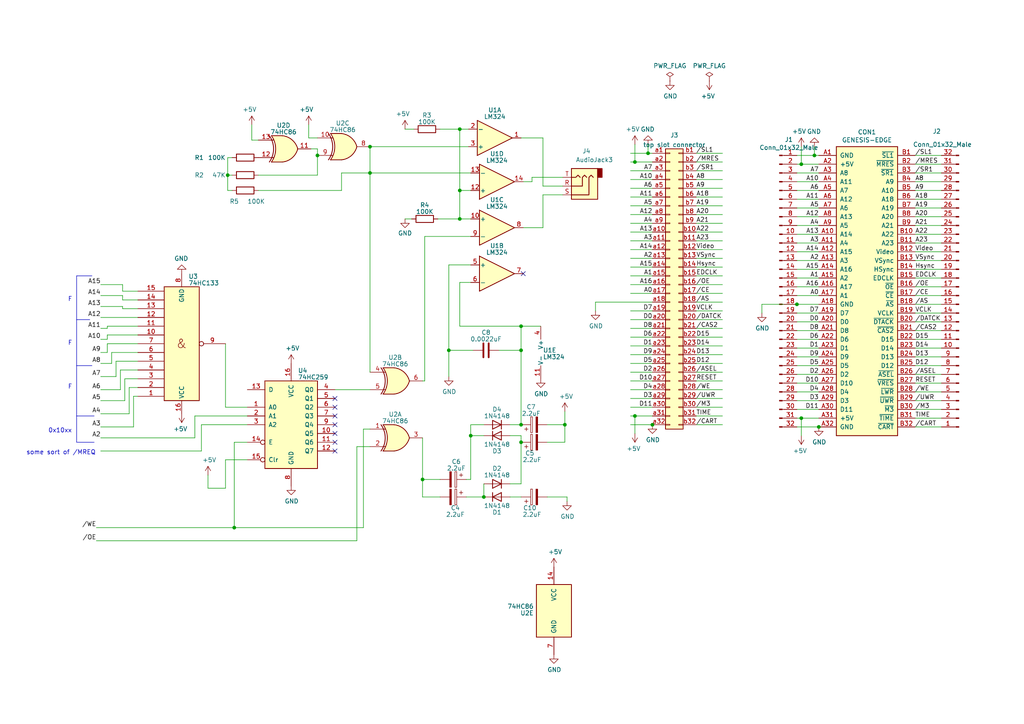
<source format=kicad_sch>
(kicad_sch (version 20230121) (generator eeschema)
  (paper "A4")
  (junction (at 107.315 50.165))
  (junction (at 92.075 45.085))
  (junction (at 107.315 42.545))
  (junction (at 184.15 120.65))
  (junction (at 67.945 153.035))
  (junction (at 130.175 101.6))
  (junction (at 231.14 88.265))
  (junction (at 151.13 101.6))
  (junction (at 232.41 47.625))
  (junction (at 237.49 123.825))
  (junction (at 184.15 46.99))
  (junction (at 189.23 123.19))
  (junction (at 133.35 63.5))
  (junction (at 122.555 139.065))
  (junction (at 232.41 121.285))
  (junction (at 133.35 55.245))
  (junction (at 151.13 94.615))
  (junction (at 187.96 44.45))
  (junction (at 163.83 123.19))
  (junction (at 236.22 45.085))
  (junction (at 140.335 144.145))
  (junction (at 66.04 50.8))
  (junction (at 151.13 123.19))
  (junction (at 136.525 126.365))
  (junction (at 151.13 128.27))
  (junction (at 133.35 37.465))
  (no_connect (at 151.765 79.375))
  (no_connect (at 97.155 128.27))
  (no_connect (at 97.155 120.65))
  (no_connect (at 97.155 130.81))
  (no_connect (at 97.155 118.11))
  (no_connect (at 97.155 125.73))
  (no_connect (at 97.155 115.57))
  (no_connect (at 97.155 123.19))
  (wire (pts (xy 117.475 63.5) (xy 119.38 63.5)))
  (polyline (pts (xy 22.225 120.65) (xy 22.225 128.27)))
  (wire (pts (xy 65.405 141.605) (xy 60.325 141.605)))
  (wire (pts (xy 151.13 126.365) (xy 147.955 126.365)))
  (wire (pts (xy 136.525 123.19) (xy 136.525 126.365)))
  (polyline (pts (xy 26.67 80.01) (xy 22.225 80.01)))
  (wire (pts (xy 133.35 94.615) (xy 151.13 94.615)))
  (wire (pts (xy 231.14 118.745) (xy 237.49 118.745)))
  (wire (pts (xy 35.56 82.55) (xy 29.21 82.55)))
  (wire (pts (xy 65.405 118.11) (xy 71.755 118.11)))
  (wire (pts (xy 231.14 121.285) (xy 232.41 121.285)))
  (wire (pts (xy 265.43 57.785) (xy 273.05 57.785)))
  (wire (pts (xy 147.955 144.145) (xy 151.13 144.145)))
  (wire (pts (xy 127 63.5) (xy 133.35 63.5)))
  (wire (pts (xy 66.04 55.245) (xy 67.31 55.245)))
  (wire (pts (xy 105.41 153.035) (xy 105.41 124.46)))
  (wire (pts (xy 231.14 100.965) (xy 237.49 100.965)))
  (wire (pts (xy 265.43 118.745) (xy 273.05 118.745)))
  (wire (pts (xy 184.15 125.73) (xy 184.15 120.65)))
  (wire (pts (xy 71.755 123.19) (xy 58.42 123.19)))
  (wire (pts (xy 31.115 97.155) (xy 31.115 98.425)))
  (wire (pts (xy 184.15 41.91) (xy 184.15 46.99)))
  (wire (pts (xy 201.93 69.85) (xy 209.55 69.85)))
  (wire (pts (xy 201.93 120.65) (xy 209.55 120.65)))
  (wire (pts (xy 163.83 123.19) (xy 158.75 123.19)))
  (wire (pts (xy 182.88 105.41) (xy 189.23 105.41)))
  (wire (pts (xy 74.93 50.8) (xy 92.075 50.8)))
  (wire (pts (xy 182.88 62.23) (xy 189.23 62.23)))
  (wire (pts (xy 38.735 123.825) (xy 29.21 123.825)))
  (wire (pts (xy 123.19 110.49) (xy 123.19 68.58)))
  (wire (pts (xy 133.35 37.465) (xy 135.89 37.465)))
  (wire (pts (xy 265.43 113.665) (xy 273.05 113.665)))
  (wire (pts (xy 182.88 90.17) (xy 189.23 90.17)))
  (polyline (pts (xy 22.225 106.045) (xy 22.225 120.65)))
  (wire (pts (xy 36.195 109.855) (xy 36.195 116.205)))
  (wire (pts (xy 40.005 97.155) (xy 31.115 97.155)))
  (wire (pts (xy 151.13 101.6) (xy 151.13 94.615)))
  (wire (pts (xy 71.755 133.35) (xy 65.405 133.35)))
  (wire (pts (xy 136.525 126.365) (xy 140.335 126.365)))
  (wire (pts (xy 265.43 83.185) (xy 273.05 83.185)))
  (wire (pts (xy 201.93 80.01) (xy 209.55 80.01)))
  (wire (pts (xy 136.525 50.165) (xy 107.315 50.165)))
  (wire (pts (xy 147.955 123.19) (xy 151.13 123.19)))
  (wire (pts (xy 265.43 60.325) (xy 273.05 60.325)))
  (wire (pts (xy 182.88 49.53) (xy 189.23 49.53)))
  (wire (pts (xy 201.93 72.39) (xy 209.55 72.39)))
  (wire (pts (xy 184.15 46.99) (xy 189.23 46.99)))
  (wire (pts (xy 74.93 55.245) (xy 99.06 55.245)))
  (wire (pts (xy 38.735 114.935) (xy 38.735 123.825)))
  (wire (pts (xy 135.255 144.145) (xy 140.335 144.145)))
  (wire (pts (xy 157.48 66.04) (xy 151.765 66.04)))
  (wire (pts (xy 35.56 85.725) (xy 29.21 85.725)))
  (wire (pts (xy 231.14 90.805) (xy 237.49 90.805)))
  (wire (pts (xy 29.21 127) (xy 56.515 127)))
  (wire (pts (xy 36.195 116.205) (xy 29.21 116.205)))
  (wire (pts (xy 265.43 111.125) (xy 273.05 111.125)))
  (wire (pts (xy 37.465 120.015) (xy 29.21 120.015)))
  (wire (pts (xy 182.88 80.01) (xy 189.23 80.01)))
  (wire (pts (xy 107.315 50.165) (xy 107.315 107.95)))
  (wire (pts (xy 231.14 73.025) (xy 237.49 73.025)))
  (wire (pts (xy 157.48 40.005) (xy 157.48 53.975)))
  (wire (pts (xy 90.17 43.18) (xy 92.075 43.18)))
  (wire (pts (xy 201.93 57.15) (xy 209.55 57.15)))
  (wire (pts (xy 201.93 123.19) (xy 209.55 123.19)))
  (wire (pts (xy 117.475 37.465) (xy 120.015 37.465)))
  (wire (pts (xy 35.56 89.535) (xy 35.56 88.9)))
  (wire (pts (xy 201.93 64.77) (xy 209.55 64.77)))
  (wire (pts (xy 201.93 115.57) (xy 209.55 115.57)))
  (wire (pts (xy 231.14 111.125) (xy 237.49 111.125)))
  (wire (pts (xy 163.83 119.38) (xy 163.83 123.19)))
  (wire (pts (xy 40.005 86.995) (xy 35.56 86.995)))
  (wire (pts (xy 34.925 107.315) (xy 34.925 113.03)))
  (wire (pts (xy 40.005 94.615) (xy 31.115 94.615)))
  (wire (pts (xy 122.555 110.49) (xy 123.19 110.49)))
  (wire (pts (xy 201.93 100.33) (xy 209.55 100.33)))
  (wire (pts (xy 231.14 55.245) (xy 237.49 55.245)))
  (wire (pts (xy 201.93 97.79) (xy 209.55 97.79)))
  (wire (pts (xy 182.88 44.45) (xy 187.96 44.45)))
  (wire (pts (xy 133.35 55.245) (xy 136.525 55.245)))
  (wire (pts (xy 201.93 54.61) (xy 209.55 54.61)))
  (wire (pts (xy 265.43 52.705) (xy 273.05 52.705)))
  (wire (pts (xy 231.14 78.105) (xy 237.49 78.105)))
  (wire (pts (xy 103.505 156.845) (xy 103.505 129.54)))
  (wire (pts (xy 151.13 94.615) (xy 156.845 94.615)))
  (wire (pts (xy 37.465 112.395) (xy 37.465 120.015)))
  (wire (pts (xy 71.755 120.65) (xy 56.515 120.65)))
  (wire (pts (xy 31.115 102.235) (xy 29.21 102.235)))
  (wire (pts (xy 182.88 85.09) (xy 189.23 85.09)))
  (wire (pts (xy 133.35 63.5) (xy 133.35 55.245)))
  (wire (pts (xy 27.94 156.845) (xy 103.505 156.845)))
  (wire (pts (xy 231.14 95.885) (xy 237.49 95.885)))
  (wire (pts (xy 99.06 50.165) (xy 99.06 55.245)))
  (wire (pts (xy 65.405 133.35) (xy 65.405 141.605)))
  (wire (pts (xy 67.31 45.72) (xy 66.04 45.72)))
  (wire (pts (xy 265.43 75.565) (xy 273.05 75.565)))
  (wire (pts (xy 151.13 40.005) (xy 157.48 40.005)))
  (wire (pts (xy 35.56 86.995) (xy 35.56 85.725)))
  (wire (pts (xy 201.93 74.93) (xy 209.55 74.93)))
  (wire (pts (xy 182.88 100.33) (xy 189.23 100.33)))
  (wire (pts (xy 201.93 95.25) (xy 209.55 95.25)))
  (wire (pts (xy 92.075 43.18) (xy 92.075 45.085)))
  (wire (pts (xy 182.88 115.57) (xy 189.23 115.57)))
  (wire (pts (xy 265.43 123.825) (xy 273.05 123.825)))
  (wire (pts (xy 158.75 144.145) (xy 164.465 144.145)))
  (wire (pts (xy 265.43 55.245) (xy 273.05 55.245)))
  (wire (pts (xy 182.88 74.93) (xy 189.23 74.93)))
  (wire (pts (xy 265.43 65.405) (xy 273.05 65.405)))
  (wire (pts (xy 265.43 103.505) (xy 273.05 103.505)))
  (wire (pts (xy 130.175 101.6) (xy 130.175 109.22)))
  (polyline (pts (xy 22.225 80.01) (xy 22.225 92.71)))
  (wire (pts (xy 67.945 128.27) (xy 67.945 153.035)))
  (wire (pts (xy 201.93 85.09) (xy 209.55 85.09)))
  (wire (pts (xy 231.14 93.345) (xy 237.49 93.345)))
  (wire (pts (xy 265.43 106.045) (xy 273.05 106.045)))
  (wire (pts (xy 182.88 97.79) (xy 189.23 97.79)))
  (wire (pts (xy 265.43 78.105) (xy 273.05 78.105)))
  (wire (pts (xy 236.22 42.545) (xy 236.22 45.085)))
  (wire (pts (xy 130.175 76.835) (xy 136.525 76.835)))
  (wire (pts (xy 231.14 80.645) (xy 237.49 80.645)))
  (wire (pts (xy 31.115 99.695) (xy 31.115 102.235)))
  (wire (pts (xy 231.14 57.785) (xy 237.49 57.785)))
  (wire (pts (xy 40.005 102.235) (xy 32.385 102.235)))
  (wire (pts (xy 220.98 88.265) (xy 220.98 90.805)))
  (wire (pts (xy 201.93 102.87) (xy 209.55 102.87)))
  (wire (pts (xy 163.83 128.27) (xy 163.83 123.19)))
  (wire (pts (xy 231.14 123.825) (xy 237.49 123.825)))
  (wire (pts (xy 147.955 140.335) (xy 151.13 140.335)))
  (wire (pts (xy 123.19 68.58) (xy 136.525 68.58)))
  (wire (pts (xy 29.21 92.075) (xy 40.005 92.075)))
  (wire (pts (xy 231.14 83.185) (xy 237.49 83.185)))
  (wire (pts (xy 201.93 118.11) (xy 209.55 118.11)))
  (wire (pts (xy 220.98 88.265) (xy 231.14 88.265)))
  (wire (pts (xy 182.88 123.19) (xy 189.23 123.19)))
  (wire (pts (xy 182.88 107.95) (xy 189.23 107.95)))
  (wire (pts (xy 231.14 103.505) (xy 237.49 103.505)))
  (wire (pts (xy 265.43 95.885) (xy 273.05 95.885)))
  (wire (pts (xy 31.115 98.425) (xy 29.21 98.425)))
  (polyline (pts (xy 22.225 120.65) (xy 27.305 120.65)))
  (wire (pts (xy 182.88 110.49) (xy 189.23 110.49)))
  (wire (pts (xy 265.43 100.965) (xy 273.05 100.965)))
  (wire (pts (xy 201.93 113.03) (xy 209.55 113.03)))
  (wire (pts (xy 154.305 52.705) (xy 154.305 51.435)))
  (wire (pts (xy 40.005 89.535) (xy 35.56 89.535)))
  (wire (pts (xy 164.465 144.145) (xy 164.465 145.415)))
  (wire (pts (xy 40.005 99.695) (xy 31.115 99.695)))
  (wire (pts (xy 97.155 113.03) (xy 107.315 113.03)))
  (wire (pts (xy 232.41 42.545) (xy 232.41 47.625)))
  (wire (pts (xy 182.88 72.39) (xy 189.23 72.39)))
  (wire (pts (xy 66.04 45.72) (xy 66.04 50.8)))
  (wire (pts (xy 73.025 36.195) (xy 73.025 40.64)))
  (wire (pts (xy 158.75 128.27) (xy 163.83 128.27)))
  (wire (pts (xy 231.14 75.565) (xy 237.49 75.565)))
  (wire (pts (xy 182.88 64.77) (xy 189.23 64.77)))
  (wire (pts (xy 31.115 94.615) (xy 31.115 95.25)))
  (wire (pts (xy 122.555 127) (xy 122.555 139.065)))
  (wire (pts (xy 74.93 40.64) (xy 73.025 40.64)))
  (wire (pts (xy 182.88 120.65) (xy 184.15 120.65)))
  (wire (pts (xy 182.88 52.07) (xy 189.23 52.07)))
  (wire (pts (xy 151.765 52.705) (xy 154.305 52.705)))
  (wire (pts (xy 127.635 144.145) (xy 122.555 144.145)))
  (wire (pts (xy 157.48 53.975) (xy 163.195 53.975)))
  (wire (pts (xy 66.04 50.8) (xy 66.04 55.245)))
  (wire (pts (xy 58.42 123.19) (xy 58.42 130.81)))
  (wire (pts (xy 265.43 90.805) (xy 273.05 90.805)))
  (wire (pts (xy 265.43 116.205) (xy 273.05 116.205)))
  (wire (pts (xy 133.35 55.245) (xy 133.35 37.465)))
  (wire (pts (xy 151.13 140.335) (xy 151.13 128.27)))
  (wire (pts (xy 140.335 123.19) (xy 136.525 123.19)))
  (polyline (pts (xy 22.225 92.71) (xy 22.225 106.045)))
  (wire (pts (xy 265.43 70.485) (xy 273.05 70.485)))
  (wire (pts (xy 66.04 50.8) (xy 67.31 50.8)))
  (wire (pts (xy 89.535 36.195) (xy 89.535 40.005)))
  (wire (pts (xy 201.93 92.71) (xy 209.55 92.71)))
  (wire (pts (xy 265.43 88.265) (xy 273.05 88.265)))
  (wire (pts (xy 172.72 87.63) (xy 189.23 87.63)))
  (wire (pts (xy 40.005 114.935) (xy 38.735 114.935)))
  (wire (pts (xy 265.43 108.585) (xy 273.05 108.585)))
  (wire (pts (xy 182.88 59.69) (xy 189.23 59.69)))
  (wire (pts (xy 136.525 81.915) (xy 133.35 81.915)))
  (wire (pts (xy 182.88 77.47) (xy 189.23 77.47)))
  (wire (pts (xy 232.41 47.625) (xy 237.49 47.625)))
  (wire (pts (xy 231.14 52.705) (xy 237.49 52.705)))
  (wire (pts (xy 33.655 109.22) (xy 29.21 109.22)))
  (wire (pts (xy 133.35 81.915) (xy 133.35 94.615)))
  (wire (pts (xy 151.13 128.27) (xy 151.13 126.365)))
  (wire (pts (xy 231.14 88.265) (xy 237.49 88.265)))
  (wire (pts (xy 201.93 49.53) (xy 209.55 49.53)))
  (wire (pts (xy 201.93 110.49) (xy 209.55 110.49)))
  (wire (pts (xy 201.93 46.99) (xy 209.55 46.99)))
  (wire (pts (xy 265.43 80.645) (xy 273.05 80.645)))
  (wire (pts (xy 29.21 130.81) (xy 58.42 130.81)))
  (wire (pts (xy 201.93 77.47) (xy 209.55 77.47)))
  (wire (pts (xy 136.525 126.365) (xy 136.525 139.065)))
  (wire (pts (xy 56.515 120.65) (xy 56.515 127)))
  (wire (pts (xy 107.315 42.545) (xy 107.315 50.165)))
  (wire (pts (xy 35.56 88.9) (xy 29.21 88.9)))
  (wire (pts (xy 231.14 50.165) (xy 237.49 50.165)))
  (wire (pts (xy 182.88 92.71) (xy 189.23 92.71)))
  (wire (pts (xy 27.94 153.035) (xy 67.945 153.035)))
  (wire (pts (xy 265.43 121.285) (xy 273.05 121.285)))
  (wire (pts (xy 154.305 51.435) (xy 163.195 51.435)))
  (wire (pts (xy 231.14 67.945) (xy 237.49 67.945)))
  (wire (pts (xy 231.14 70.485) (xy 237.49 70.485)))
  (wire (pts (xy 71.755 128.27) (xy 67.945 128.27)))
  (wire (pts (xy 201.93 105.41) (xy 209.55 105.41)))
  (wire (pts (xy 60.325 137.795) (xy 60.325 141.605)))
  (wire (pts (xy 236.22 45.085) (xy 237.49 45.085)))
  (wire (pts (xy 31.115 95.25) (xy 29.21 95.25)))
  (wire (pts (xy 33.655 104.775) (xy 33.655 109.22)))
  (wire (pts (xy 140.335 140.335) (xy 140.335 144.145)))
  (wire (pts (xy 107.315 50.165) (xy 99.06 50.165)))
  (wire (pts (xy 133.35 63.5) (xy 136.525 63.5)))
  (wire (pts (xy 201.93 82.55) (xy 209.55 82.55)))
  (wire (pts (xy 265.43 85.725) (xy 273.05 85.725)))
  (wire (pts (xy 182.88 46.99) (xy 184.15 46.99)))
  (wire (pts (xy 182.88 69.85) (xy 189.23 69.85)))
  (wire (pts (xy 92.075 40.005) (xy 89.535 40.005)))
  (wire (pts (xy 201.93 44.45) (xy 209.55 44.45)))
  (wire (pts (xy 33.655 104.775) (xy 40.005 104.775)))
  (wire (pts (xy 67.945 153.035) (xy 105.41 153.035)))
  (wire (pts (xy 32.385 102.235) (xy 32.385 105.41)))
  (wire (pts (xy 231.14 65.405) (xy 237.49 65.405)))
  (wire (pts (xy 231.14 98.425) (xy 237.49 98.425)))
  (wire (pts (xy 182.88 67.31) (xy 189.23 67.31)))
  (wire (pts (xy 92.075 45.085) (xy 92.075 50.8)))
  (wire (pts (xy 182.88 113.03) (xy 189.23 113.03)))
  (wire (pts (xy 182.88 95.25) (xy 189.23 95.25)))
  (wire (pts (xy 187.96 41.91) (xy 187.96 44.45)))
  (wire (pts (xy 231.14 85.725) (xy 237.49 85.725)))
  (wire (pts (xy 201.93 67.31) (xy 209.55 67.31)))
  (wire (pts (xy 157.48 56.515) (xy 157.48 66.04)))
  (wire (pts (xy 36.195 109.855) (xy 40.005 109.855)))
  (wire (pts (xy 182.88 57.15) (xy 189.23 57.15)))
  (wire (pts (xy 231.14 45.085) (xy 236.22 45.085)))
  (wire (pts (xy 265.43 67.945) (xy 273.05 67.945)))
  (wire (pts (xy 65.405 99.695) (xy 65.405 118.11)))
  (wire (pts (xy 201.93 59.69) (xy 209.55 59.69)))
  (wire (pts (xy 265.43 47.625) (xy 273.05 47.625)))
  (wire (pts (xy 182.88 102.87) (xy 189.23 102.87)))
  (wire (pts (xy 127.635 37.465) (xy 133.35 37.465)))
  (wire (pts (xy 105.41 124.46) (xy 107.315 124.46)))
  (wire (pts (xy 182.88 82.55) (xy 189.23 82.55)))
  (polyline (pts (xy 22.225 92.71) (xy 26.035 92.71)))
  (polyline (pts (xy 22.225 106.045) (xy 26.67 106.045)))
  (wire (pts (xy 201.93 90.17) (xy 209.55 90.17)))
  (wire (pts (xy 32.385 105.41) (xy 29.21 105.41)))
  (wire (pts (xy 201.93 52.07) (xy 209.55 52.07)))
  (wire (pts (xy 137.16 101.6) (xy 130.175 101.6)))
  (wire (pts (xy 231.14 60.325) (xy 237.49 60.325)))
  (wire (pts (xy 107.315 42.545) (xy 135.89 42.545)))
  (wire (pts (xy 232.41 121.285) (xy 237.49 121.285)))
  (wire (pts (xy 231.14 62.865) (xy 237.49 62.865)))
  (wire (pts (xy 232.41 126.365) (xy 232.41 121.285)))
  (wire (pts (xy 135.255 139.065) (xy 136.525 139.065)))
  (wire (pts (xy 35.56 84.455) (xy 35.56 82.55)))
  (wire (pts (xy 122.555 139.065) (xy 122.555 144.145)))
  (wire (pts (xy 163.195 56.515) (xy 157.48 56.515)))
  (wire (pts (xy 265.43 45.085) (xy 273.05 45.085)))
  (wire (pts (xy 265.43 98.425) (xy 273.05 98.425)))
  (polyline (pts (xy 22.225 128.27) (xy 27.305 128.27)))
  (wire (pts (xy 265.43 50.165) (xy 273.05 50.165)))
  (wire (pts (xy 103.505 129.54) (xy 107.315 129.54)))
  (wire (pts (xy 265.43 62.865) (xy 273.05 62.865)))
  (wire (pts (xy 40.005 84.455) (xy 35.56 84.455)))
  (wire (pts (xy 182.88 118.11) (xy 189.23 118.11)))
  (wire (pts (xy 201.93 107.95) (xy 209.55 107.95)))
  (wire (pts (xy 182.88 54.61) (xy 189.23 54.61)))
  (wire (pts (xy 34.925 113.03) (xy 29.21 113.03)))
  (wire (pts (xy 151.13 123.19) (xy 151.13 101.6)))
  (wire (pts (xy 231.14 106.045) (xy 237.49 106.045)))
  (wire (pts (xy 122.555 139.065) (xy 127.635 139.065)))
  (wire (pts (xy 201.93 62.23) (xy 209.55 62.23)))
  (wire (pts (xy 187.96 44.45) (xy 189.23 44.45)))
  (wire (pts (xy 265.43 93.345) (xy 273.05 93.345)))
  (wire (pts (xy 201.93 87.63) (xy 209.55 87.63)))
  (wire (pts (xy 40.005 107.315) (xy 34.925 107.315)))
  (wire (pts (xy 184.15 120.65) (xy 189.23 120.65)))
  (wire (pts (xy 144.78 101.6) (xy 151.13 101.6)))
  (wire (pts (xy 265.43 73.025) (xy 273.05 73.025)))
  (wire (pts (xy 130.175 101.6) (xy 130.175 76.835)))
  (wire (pts (xy 231.14 108.585) (xy 237.49 108.585)))
  (wire (pts (xy 231.14 47.625) (xy 232.41 47.625)))
  (wire (pts (xy 172.72 87.63) (xy 172.72 90.17)))
  (wire (pts (xy 231.14 113.665) (xy 237.49 113.665)))
  (wire (pts (xy 231.14 116.205) (xy 237.49 116.205)))
  (wire (pts (xy 40.005 112.395) (xy 37.465 112.395)))
  (text "F" (at 19.685 113.03 0) (effects (font (size 1.27 1.27)) (justify left bottom)))
  (text "some sort of /MREQ" (at 7.62 132.08 0) (effects (font (size 1.27 1.27)) (justify left bottom)))
  (text "0x10xx" (at 13.97 125.73 0) (effects (font (size 1.27 1.27)) (justify left bottom)))
  (text "F" (at 19.685 87.63 0) (effects (font (size 1.27 1.27)) (justify left bottom)))
  (text "F" (at 19.685 100.33 0) (effects (font (size 1.27 1.27)) (justify left bottom)))
  (label "A11" (at 29.21 95.25 180))
  (label "A4" (at 29.21 120.015 180))
  (label "A14" (at 29.21 85.725 180))
  (label "A12" (at 237.49 62.865 180))
  (label "D1" (at 189.23 100.33 180))
  (label "A14" (at 189.23 72.39 180))
  (label "A15" (at 237.49 78.105 180))
  (label "D2" (at 237.49 108.585 180))
  (label "A20" (at 201.93 62.23 0))
  (label "A10" (at 29.21 98.425 180))
  (label "VSync" (at 265.43 75.565 0))
  (label "A4" (at 237.49 65.405 180))
  (label "A1" (at 237.49 80.645 180))
  (label "D15" (at 201.93 97.79 0))
  (label "D9" (at 237.49 103.505 180))
  (label "{slash}OE" (at 27.94 156.845 180))
  (label "Video" (at 265.43 73.025 0))
  (label "{slash}CAS2" (at 265.43 95.885 0))
  (label "TIME" (at 265.43 121.285 0))
  (label "D14" (at 265.43 100.965 0))
  (label "D15" (at 265.43 98.425 0))
  (label "A8" (at 201.93 52.07 0))
  (label "A13" (at 189.23 67.31 180))
  (label "A2" (at 189.23 74.93 180))
  (label "A13" (at 237.49 67.945 180))
  (label "A4" (at 189.23 64.77 180))
  (label "{slash}SL1" (at 265.43 45.085 0))
  (label "A16" (at 237.49 83.185 180))
  (label "{slash}SR1" (at 201.93 49.53 0))
  (label "D4" (at 189.23 113.03 180))
  (label "A21" (at 265.43 65.405 0))
  (label "A22" (at 201.93 67.31 0))
  (label "A19" (at 265.43 60.325 0))
  (label "TIME" (at 201.93 120.65 0))
  (label "D10" (at 189.23 110.49 180))
  (label "A1" (at 189.23 80.01 180))
  (label "A15" (at 29.21 82.55 180))
  (label "D11" (at 237.49 118.745 180))
  (label "{slash}DATCK" (at 201.93 92.71 0))
  (label "RESET" (at 265.43 111.125 0))
  (label "A3" (at 189.23 69.85 180))
  (label "A15" (at 189.23 77.47 180))
  (label "{slash}SL1" (at 201.93 44.45 0))
  (label "A21" (at 201.93 64.77 0))
  (label "A5" (at 237.49 60.325 180))
  (label "A23" (at 265.43 70.485 0))
  (label "A7" (at 237.49 50.165 180))
  (label "Video" (at 201.93 72.39 0))
  (label "A23" (at 201.93 69.85 0))
  (label "A12" (at 189.23 62.23 180))
  (label "D2" (at 189.23 107.95 180))
  (label "{slash}CART" (at 201.93 123.19 0))
  (label "A11" (at 189.23 57.15 180))
  (label "A8" (at 29.21 105.41 180))
  (label "D3" (at 237.49 116.205 180))
  (label "A5" (at 29.21 116.205 180))
  (label "A18" (at 201.93 57.15 0))
  (label "EDCLK" (at 201.93 80.01 0))
  (label "{slash}WE" (at 27.94 153.035 180))
  (label "D1" (at 237.49 100.965 180))
  (label "{slash}CAS2" (at 201.93 95.25 0))
  (label "{slash}ASEL" (at 265.43 108.585 0))
  (label "A6" (at 189.23 54.61 180))
  (label "{slash}SR1" (at 265.43 50.165 0))
  (label "A11" (at 237.49 57.785 180))
  (label "D5" (at 237.49 106.045 180))
  (label "{slash}AS" (at 265.43 88.265 0))
  (label "A9" (at 265.43 55.245 0))
  (label "D0" (at 237.49 93.345 180))
  (label "A8" (at 265.43 52.705 0))
  (label "{slash}M3" (at 265.43 118.745 0))
  (label "{slash}CART" (at 265.43 123.825 0))
  (label "A9" (at 201.93 54.61 0))
  (label "A18" (at 265.43 57.785 0))
  (label "RESET" (at 201.93 110.49 0))
  (label "A22" (at 265.43 67.945 0))
  (label "A10" (at 237.49 52.705 180))
  (label "A13" (at 29.21 88.9 180))
  (label "A3" (at 29.21 123.825 180))
  (label "D10" (at 237.49 111.125 180))
  (label "A5" (at 189.23 59.69 180))
  (label "D9" (at 189.23 102.87 180))
  (label "{slash}ASEL" (at 201.93 107.95 0))
  (label "D4" (at 237.49 113.665 180))
  (label "D6" (at 237.49 98.425 180))
  (label "A14" (at 237.49 73.025 180))
  (label "A3" (at 237.49 70.485 180))
  (label "D6" (at 189.23 97.79 180))
  (label "{slash}M3" (at 201.93 118.11 0))
  (label "D8" (at 237.49 95.885 180))
  (label "{slash}OE" (at 201.93 82.55 0))
  (label "A12" (at 29.21 92.075 180))
  (label "Hsync" (at 201.93 77.47 0))
  (label "A16" (at 189.23 82.55 180))
  (label "D5" (at 189.23 105.41 180))
  (label "D8" (at 189.23 95.25 180))
  (label "D12" (at 201.93 105.41 0))
  (label "Hsync" (at 265.43 78.105 0))
  (label "A6" (at 237.49 55.245 180))
  (label "A2" (at 237.49 75.565 180))
  (label "A2" (at 29.21 127 180))
  (label "{slash}CE" (at 265.43 85.725 0))
  (label "D14" (at 201.93 100.33 0))
  (label "A0" (at 189.23 85.09 180))
  (label "D13" (at 265.43 103.505 0))
  (label "EDCLK" (at 265.43 80.645 0))
  (label "{slash}UWR" (at 201.93 115.57 0))
  (label "A19" (at 201.93 59.69 0))
  (label "A0" (at 237.49 85.725 180))
  (label "D0" (at 189.23 92.71 180))
  (label "{slash}WE" (at 265.43 113.665 0))
  (label "A6" (at 29.21 113.03 180))
  (label "VCLK" (at 265.43 90.805 0))
  (label "VSync" (at 201.93 74.93 0))
  (label "{slash}CE" (at 201.93 85.09 0))
  (label "{slash}MRES" (at 201.93 46.99 0))
  (label "{slash}MRES" (at 265.43 47.625 0))
  (label "D3" (at 189.23 115.57 180))
  (label "{slash}DATCK" (at 265.43 93.345 0))
  (label "A9" (at 29.21 102.235 180))
  (label "VCLK" (at 201.93 90.17 0))
  (label "D7" (at 237.49 90.805 180))
  (label "D13" (at 201.93 102.87 0))
  (label "A7" (at 189.23 49.53 180))
  (label "A10" (at 189.23 52.07 180))
  (label "{slash}WE" (at 201.93 113.03 0))
  (label "D7" (at 189.23 90.17 180))
  (label "{slash}OE" (at 265.43 83.185 0))
  (label "A7" (at 29.21 109.22 180))
  (label "{slash}AS" (at 201.93 87.63 0))
  (label "{slash}UWR" (at 265.43 116.205 0))
  (label "A20" (at 265.43 62.865 0))
  (label "D12" (at 265.43 106.045 0))
  (label "D11" (at 189.23 118.11 180))
  (symbol (lib_id "power:+5V") (at 52.705 120.015 180) (unit 1)
    (property "Reference" "#PWR017" (effects hide))
    (property "Value" "+5V" (at 52.324 124.4092 0))
  )
  (symbol (lib_id "Amplifier_Operational:LM324") (at 144.145 79.375 0) (unit 2)
    (property "Reference" "U1" (at 144.145 71.2851 0))
    (property "Value" "LM324" (at 144.145 73.2061 0))
    (property "Footprint" "Package_DIP:DIP-14_W7.62mm" (effects hide))
    (property "Datasheet" "http://www.ti.com/lit/ds/symlink/lm2902-n.pdf" (effects hide))
  )
  (symbol (lib_id "power:+5V") (at 232.41 42.545 0) (unit 1)
    (property "Reference" "#PWR0103" (effects hide))
    (property "Value" "+5V" (at 231.775 38.1 0))
  )
  (symbol (lib_id "power:+5V") (at 184.15 41.91 0) (unit 1)
    (property "Reference" "#PWR02" (effects hide))
    (property "Value" "+5V" (at 183.515 37.465 0))
  )
  (symbol (lib_id "power:GND") (at 164.465 145.415 0) (unit 1)
    (property "Reference" "#PWR011" (effects hide))
    (property "Value" "GND" (at 164.592 149.8092 0))
  )
  (symbol (lib_id "Diode:1N4148") (at 144.145 140.335 180) (unit 1)
    (property "Reference" "D2" (at 144.145 135.89 0))
    (property "Value" "1N4148" (at 144.145 137.795 0))
    (property "Footprint" "Diode_THT:D_DO-35_SOD27_P7.62mm_Horizontal" (effects hide))
    (property "Datasheet" "https://assets.nexperia.com/documents/data-sheet/1N4148_1N4448.pdf" (effects hide))
    (property "Sim.Device" "D" (effects hide))
    (property "Sim.Pins" "1=K 2=A" (effects hide))
  )
  (symbol (lib_id "power:+5V") (at 60.325 137.795 0) (unit 1)
    (property "Reference" "#PWR020" (effects hide))
    (property "Value" "+5V" (at 60.706 133.4008 0))
  )
  (symbol (lib_id "Cart_FeRAM:GENESIS-EDGE") (at 242.57 42.545 0) (unit 1)
    (property "Reference" "CON1" (at 251.46 38.3032 0))
    (property "Value" "GENESIS-EDGE" (at 251.46 40.6146 0))
    (property "Footprint" "db-smt:GENESIS-EDGE" (effects hide))
  )
  (symbol (lib_id "power:+5V") (at 205.74 23.495 180) (unit 1)
    (property "Reference" "#PWR0101" (effects hide))
    (property "Value" "+5V" (at 205.359 27.8892 0))
  )
  (symbol (lib_id "Diode:1N4148") (at 144.145 144.145 0) (unit 1)
    (property "Reference" "D1" (at 144.145 148.59 0))
    (property "Value" "1N4148" (at 144.145 146.685 0))
    (property "Footprint" "Diode_THT:D_DO-35_SOD27_P7.62mm_Horizontal" (effects hide))
    (property "Datasheet" "https://assets.nexperia.com/documents/data-sheet/1N4148_1N4448.pdf" (effects hide))
    (property "Sim.Device" "D" (effects hide))
    (property "Sim.Pins" "1=K 2=A" (effects hide))
  )
  (symbol (lib_id "74xx:74HC86") (at 160.655 177.165 0) (unit 5)
    (property "Reference" "U2" (at 154.8131 177.8087 0) (effects (justify right)))
    (property "Value" "74HC86" (at 154.8131 175.8877 0) (effects (justify right)))
    (property "Footprint" "Package_DIP:DIP-14_W7.62mm" (effects hide))
    (property "Datasheet" "http://www.ti.com/lit/gpn/sn74HC86" (effects hide))
  )
  (symbol (lib_id "Device:R") (at 123.825 37.465 90) (unit 1)
    (property "Reference" "R3" (at 123.825 33.4391 90))
    (property "Value" "100K" (at 123.825 35.3601 90))
    (property "Footprint" "Resistor_THT:R_Axial_DIN0204_L3.6mm_D1.6mm_P7.62mm_Horizontal" (effects hide))
  )
  (symbol (lib_id "74xx:74HC86") (at 114.935 127 0) (unit 1)
    (property "Reference" "U2" (at 114.6302 120.1801 0))
    (property "Value" "74HC86" (at 114.6302 122.1011 0))
    (property "Footprint" "Package_DIP:DIP-14_W7.62mm" (effects hide))
    (property "Datasheet" "http://www.ti.com/lit/gpn/sn74HC86" (effects hide))
  )
  (symbol (lib_id "power:+5V") (at 163.83 119.38 0) (unit 1)
    (property "Reference" "#PWR010" (effects hide))
    (property "Value" "+5V" (at 164.211 114.9858 0))
  )
  (symbol (lib_id "power:GND") (at 52.705 79.375 180) (unit 1)
    (property "Reference" "#PWR016" (effects hide))
    (property "Value" "GND" (at 52.578 74.9808 0))
  )
  (symbol (lib_id "power:+5V") (at 232.41 126.365 180) (unit 1)
    (property "Reference" "#PWR0107" (effects hide))
    (property "Value" "+5V" (at 232.029 130.7592 0))
  )
  (symbol (lib_id "power:GND") (at 172.72 90.17 0) (unit 1)
    (property "Reference" "#PWR01" (effects hide))
    (property "Value" "GND" (at 172.847 94.5642 0))
  )
  (symbol (lib_id "power:GND") (at 194.31 23.495 0) (unit 1)
    (property "Reference" "#PWR0102" (effects hide))
    (property "Value" "GND" (at 194.437 27.8892 0))
  )
  (symbol (lib_id "power:+5V") (at 89.535 36.195 0) (unit 1)
    (property "Reference" "#PWR014" (effects hide))
    (property "Value" "+5V" (at 88.9 31.75 0))
  )
  (symbol (lib_id "Device:C_Polarized") (at 131.445 139.065 270) (unit 1)
    (property "Reference" "C6" (at 132.334 133.8961 90))
    (property "Value" "2.2uF" (at 132.334 135.8171 90))
    (property "Footprint" "Capacitor_THT:CP_Radial_D5.0mm_P2.50mm" (effects hide))
  )
  (symbol (lib_id "power:+5V") (at 73.025 36.195 0) (unit 1)
    (property "Reference" "#PWR015" (effects hide))
    (property "Value" "+5V" (at 72.39 31.75 0))
  )
  (symbol (lib_id "power:GND") (at 130.175 109.22 0) (unit 1)
    (property "Reference" "#PWR09" (effects hide))
    (property "Value" "GND" (at 130.302 113.6142 0))
  )
  (symbol (lib_id "Amplifier_Operational:LM324") (at 144.145 52.705 0) (mirror x) (unit 4)
    (property "Reference" "U1" (at 144.145 44.6151 0))
    (property "Value" "LM324" (at 144.145 46.5361 0))
    (property "Footprint" "Package_DIP:DIP-14_W7.62mm" (effects hide))
    (property "Datasheet" "http://www.ti.com/lit/ds/symlink/lm2902-n.pdf" (effects hide))
  )
  (symbol (lib_id "Amplifier_Operational:LM324") (at 143.51 40.005 0) (mirror x) (unit 1)
    (property "Reference" "U1" (at 143.51 31.9151 0))
    (property "Value" "LM324" (at 143.51 33.8361 0))
    (property "Footprint" "Package_DIP:DIP-14_W7.62mm" (effects hide))
    (property "Datasheet" "http://www.ti.com/lit/ds/symlink/lm2902-n.pdf" (effects hide))
  )
  (symbol (lib_id "Device:R") (at 71.12 45.72 90) (unit 1)
    (property "Reference" "R1" (at 57.785 45.72 90))
    (property "Value" "100K" (at 62.865 45.72 90))
    (property "Footprint" "Resistor_THT:R_Axial_DIN0204_L3.6mm_D1.6mm_P7.62mm_Horizontal" (effects hide))
  )
  (symbol (lib_id "Diode:1N4148") (at 144.145 126.365 0) (unit 1)
    (property "Reference" "D3" (at 144.145 130.81 0))
    (property "Value" "1N4148" (at 144.145 128.905 0))
    (property "Footprint" "Diode_THT:D_DO-35_SOD27_P7.62mm_Horizontal" (effects hide))
    (property "Datasheet" "https://assets.nexperia.com/documents/data-sheet/1N4148_1N4448.pdf" (effects hide))
    (property "Sim.Device" "D" (effects hide))
    (property "Sim.Pins" "1=K 2=A" (effects hide))
  )
  (symbol (lib_id "74xx:74HC86") (at 99.695 42.545 0) (mirror x) (unit 3)
    (property "Reference" "U2" (at 99.3902 35.7251 0))
    (property "Value" "74HC86" (at 99.3902 37.6461 0))
    (property "Footprint" "Package_DIP:DIP-14_W7.62mm" (effects hide))
    (property "Datasheet" "http://www.ti.com/lit/gpn/sn74HC86" (effects hide))
  )
  (symbol (lib_id "74xx_IEEE:74LS133") (at 52.705 99.695 0) (mirror x) (unit 1)
    (property "Reference" "U3" (at 54.6609 80.1751 0) (effects (justify left)))
    (property "Value" "74HC133" (at 54.6609 82.0961 0) (effects (justify left)))
    (property "Footprint" "Package_DIP:DIP-16_W7.62mm" (effects hide))
  )
  (symbol (lib_id "Device:C_Polarized") (at 154.94 123.19 90) (unit 1)
    (property "Reference" "C7" (at 154.051 118.0211 90))
    (property "Value" "2.2uF" (at 154.051 119.9421 90))
    (property "Footprint" "Capacitor_THT:CP_Radial_D5.0mm_P2.50mm" (effects hide))
  )
  (symbol (lib_id "power:+5V") (at 160.655 164.465 0) (unit 1)
    (property "Reference" "#PWR013" (effects hide))
    (property "Value" "+5V" (at 161.036 160.0708 0))
  )
  (symbol (lib_id "power:GND") (at 187.96 41.91 180) (unit 1)
    (property "Reference" "#PWR04" (effects hide))
    (property "Value" "GND" (at 187.833 37.5158 0))
  )
  (symbol (lib_id "power:GND") (at 156.845 109.855 0) (unit 1)
    (property "Reference" "#PWR08" (effects hide))
    (property "Value" "GND" (at 156.972 114.2492 0))
  )
  (symbol (lib_id "74xx:74HC86") (at 82.55 43.18 0) (mirror x) (unit 4)
    (property "Reference" "U2" (at 82.2452 36.3601 0))
    (property "Value" "74HC86" (at 82.2452 38.2811 0))
    (property "Footprint" "Package_DIP:DIP-14_W7.62mm" (effects hide))
    (property "Datasheet" "http://www.ti.com/lit/gpn/sn74HC86" (effects hide))
  )
  (symbol (lib_id "74xx:74HC86") (at 114.935 110.49 0) (unit 2)
    (property "Reference" "U2" (at 114.6302 103.6701 0))
    (property "Value" "74HC86" (at 114.6302 105.5911 0))
    (property "Footprint" "Package_DIP:DIP-14_W7.62mm" (effects hide))
    (property "Datasheet" "http://www.ti.com/lit/gpn/sn74HC86" (effects hide))
  )
  (symbol (lib_id "power:GND") (at 237.49 123.825 0) (unit 1)
    (property "Reference" "#PWR0106" (effects hide))
    (property "Value" "GND" (at 237.617 128.2192 0))
  )
  (symbol (lib_id "power:GND") (at 236.22 42.545 180) (unit 1)
    (property "Reference" "#PWR0109" (effects hide))
    (property "Value" "GND" (at 236.093 38.1508 0))
  )
  (symbol (lib_id "Amplifier_Operational:LM324") (at 159.385 102.235 0) (unit 5)
    (property "Reference" "U1" (at 157.48 101.5913 0) (effects (justify left)))
    (property "Value" "LM324" (at 157.48 103.5123 0) (effects (justify left)))
    (property "Footprint" "Package_DIP:DIP-14_W7.62mm" (effects hide))
    (property "Datasheet" "http://www.ti.com/lit/ds/symlink/lm2902-n.pdf" (effects hide))
  )
  (symbol (lib_id "power:GND") (at 84.455 140.97 0) (unit 1)
    (property "Reference" "#PWR019" (effects hide))
    (property "Value" "GND" (at 84.582 145.3642 0))
  )
  (symbol (lib_id "Connector:Conn_01x32_Male") (at 226.06 83.185 0) (unit 1)
    (property "Reference" "J1" (at 228.8032 40.4876 0))
    (property "Value" "Conn_01x32_Male" (at 228.8032 42.799 0))
    (property "Footprint" "Connector_PinSocket_2.54mm:PinSocket_1x32_P2.54mm_Vertical" (effects hide))
  )
  (symbol (lib_id "Device:R") (at 71.12 50.8 90) (unit 1)
    (property "Reference" "R2" (at 57.785 50.8 90))
    (property "Value" "47K" (at 63.5 50.8 90))
    (property "Footprint" "Resistor_THT:R_Axial_DIN0204_L3.6mm_D1.6mm_P7.62mm_Horizontal" (effects hide))
  )
  (symbol (lib_id "Device:C_Polarized") (at 154.94 144.145 90) (unit 1)
    (property "Reference" "C10" (at 153.67 147.32 90))
    (property "Value" "2.2uF" (at 154.305 149.225 90))
    (property "Footprint" "Capacitor_THT:CP_Radial_D5.0mm_P2.50mm" (effects hide))
  )
  (symbol (lib_id "power:+5V") (at 184.15 125.73 180) (unit 1)
    (property "Reference" "#PWR03" (effects hide))
    (property "Value" "+5V" (at 183.769 130.1242 0))
  )
  (symbol (lib_id "Amplifier_Operational:LM324") (at 144.145 66.04 0) (unit 3)
    (property "Reference" "U1" (at 144.145 57.9501 0))
    (property "Value" "LM324" (at 144.145 59.8711 0))
    (property "Footprint" "Package_DIP:DIP-14_W7.62mm" (effects hide))
    (property "Datasheet" "http://www.ti.com/lit/ds/symlink/lm2902-n.pdf" (effects hide))
  )
  (symbol (lib_id "74xx:74LS259") (at 84.455 123.19 0) (unit 1)
    (property "Reference" "U4" (at 86.4109 107.4801 0) (effects (justify left)))
    (property "Value" "74HC259" (at 86.4109 109.4011 0) (effects (justify left)))
    (property "Footprint" "Package_DIP:DIP-16_W7.62mm" (effects hide))
    (property "Datasheet" "http://www.ti.com/lit/gpn/sn74LS259" (effects hide))
  )
  (symbol (lib_id "power:+5V") (at 117.475 37.465 0) (unit 1)
    (property "Reference" "#PWR07" (effects hide))
    (property "Value" "+5V" (at 116.84 33.02 0))
  )
  (symbol (lib_id "power:GND") (at 189.23 123.19 0) (unit 1)
    (property "Reference" "#PWR05" (effects hide))
    (property "Value" "GND" (at 189.357 127.5842 0))
  )
  (symbol (lib_id "Device:R") (at 123.19 63.5 90) (unit 1)
    (property "Reference" "R4" (at 123.19 59.4741 90))
    (property "Value" "100K" (at 123.19 61.3951 90))
    (property "Footprint" "Resistor_THT:R_Axial_DIN0204_L3.6mm_D1.6mm_P7.62mm_Horizontal" (effects hide))
  )
  (symbol (lib_id "Device:C_Polarized") (at 131.445 144.145 270) (unit 1)
    (property "Reference" "C4" (at 132.08 147.32 90))
    (property "Value" "2.2uF" (at 132.08 149.225 90))
    (property "Footprint" "Capacitor_THT:CP_Radial_D5.0mm_P2.50mm" (effects hide))
  )
  (symbol (lib_id "power:PWR_FLAG") (at 205.74 23.495 0) (unit 1)
    (property "Reference" "#FLG0101" (effects hide))
    (property "Value" "PWR_FLAG" (at 205.74 19.1008 0))
  )
  (symbol (lib_id "power:GND") (at 160.655 189.865 0) (unit 1)
    (property "Reference" "#PWR012" (effects hide))
    (property "Value" "GND" (at 160.782 194.2592 0))
  )
  (symbol (lib_id "power:GND") (at 220.98 90.805 0) (unit 1)
    (property "Reference" "#PWR0104" (effects hide))
    (property "Value" "GND" (at 221.107 95.1992 0))
  )
  (symbol (lib_id "Device:C_Polarized") (at 154.94 128.27 90) (unit 1)
    (property "Reference" "C5" (at 153.67 131.445 90))
    (property "Value" "2.2uF" (at 154.305 133.35 90))
    (property "Footprint" "Capacitor_THT:CP_Radial_D5.0mm_P2.50mm" (effects hide))
  )
  (symbol (lib_id "Connector_Audio:AudioJack3") (at 168.275 53.975 180) (unit 1)
    (property "Reference" "J4" (at 168.91 43.815 0) (effects (justify right)))
    (property "Value" "AudioJack3" (at 167.005 46.355 0) (effects (justify right)))
    (property "Footprint" "Connector_Audio:Jack_3.5mm_CUI_SJ1-3523N_Horizontal" (effects hide))
  )
  (symbol (lib_name "GND_1") (lib_id "power:GND") (at 117.475 63.5 0) (unit 1)
    (property "Reference" "#PWR06" (effects hide))
    (property "Value" "GND" (at 117.475 67.6355 0))
  )
  (symbol (lib_id "Device:C") (at 140.97 101.6 90) (unit 1)
    (property "Reference" "C8" (at 140.97 96.4311 90))
    (property "Value" "0.0022uF" (at 140.97 98.3521 90))
    (property "Footprint" "Capacitor_THT:C_Disc_D4.3mm_W1.9mm_P5.00mm" (effects hide))
  )
  (symbol (lib_id "Device:R") (at 71.12 55.245 90) (unit 1)
    (property "Reference" "R5" (at 67.945 58.42 90))
    (property "Value" "100K" (at 74.295 58.42 90))
    (property "Footprint" "Resistor_THT:R_Axial_DIN0204_L3.6mm_D1.6mm_P7.62mm_Horizontal" (effects hide))
  )
  (symbol (lib_id "Connector_Generic:Conn_02x32_Row_Letter_First") (at 194.31 82.55 0) (unit 1)
    (property "Reference" "J3" (at 195.58 39.2135 0))
    (property "Value" "top slot connector" (at 195.58 41.9886 0))
    (property "Footprint" "Evan's parts:Genesis cart edge mount connector" (effects hide))
  )
  (symbol (lib_id "power:+5V") (at 84.455 105.41 0) (unit 1)
    (property "Reference" "#PWR018" (effects hide))
    (property "Value" "+5V" (at 84.836 101.0158 0))
  )
  (symbol (lib_id "Connector:Conn_01x32_Male") (at 278.13 85.725 180) (unit 1)
    (property "Reference" "J2" (at 270.51 38.1 0) (effects (justify right)))
    (property "Value" "Conn_01x32_Male" (at 264.795 41.91 0) (effects (justify right)))
    (property "Footprint" "Connector_PinSocket_2.54mm:PinSocket_1x32_P2.54mm_Vertical" (effects hide))
  )
  (symbol (lib_id "Diode:1N4148") (at 144.145 123.19 180) (unit 1)
    (property "Reference" "D4" (at 144.145 118.745 0))
    (property "Value" "1N4148" (at 144.145 120.65 0))
    (property "Footprint" "Diode_THT:D_DO-35_SOD27_P7.62mm_Horizontal" (effects hide))
    (property "Datasheet" "https://assets.nexperia.com/documents/data-sheet/1N4148_1N4448.pdf" (effects hide))
    (property "Sim.Device" "D" (effects hide))
    (property "Sim.Pins" "1=K 2=A" (effects hide))
  )
  (symbol (lib_id "power:PWR_FLAG") (at 194.31 23.495 0) (unit 1)
    (property "Reference" "#FLG0102" (effects hide))
    (property "Value" "PWR_FLAG" (at 194.31 19.1008 0))
  )
)
</source>
